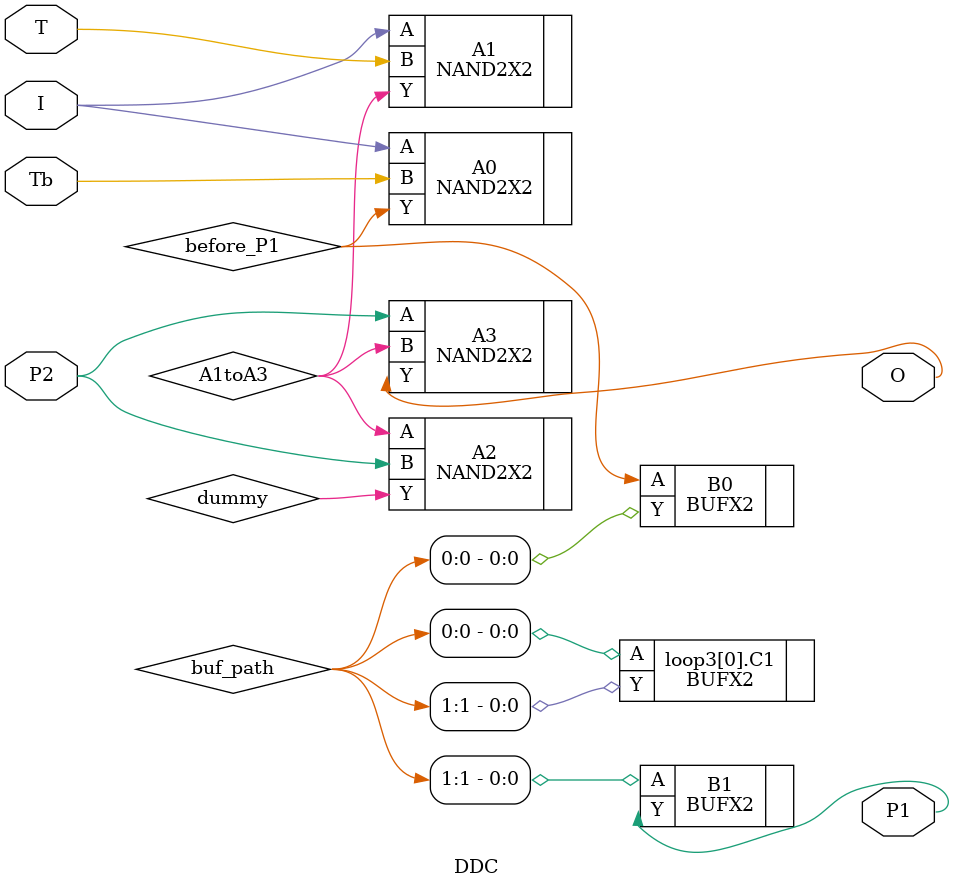
<source format=v>
module DDC (
    input I,
    input T,
    input Tb,
    input P2,
    output O,
    output P1
);
	parameter delay_group = 10'd1;
    wire dummy, before_P1;
	wire [12:0] buf_path;
    wire A1toA3;
	
    NAND2X2 A0(.A(I), .B(Tb), .Y(before_P1));
    
    BUFX2 B0(.A(before_P1), .Y(buf_path[0]));
	
	genvar i;
	generate
        for (i = 0; i < delay_group; i = i + 1) begin:loop3
            BUFX2 C1(.A(buf_path[i]), .Y(buf_path[i+1]));
        end
    endgenerate

	BUFX2 B1(.A(buf_path[delay_group]), .Y(P1));

    NAND2X2 A1(.A(I), .B(T), .Y(A1toA3));
    NAND2X2 A2(.A(A1toA3), .B(P2), .Y(dummy));
    NAND2X2 A3(.A(P2), .B(A1toA3), .Y(O));
endmodule

</source>
